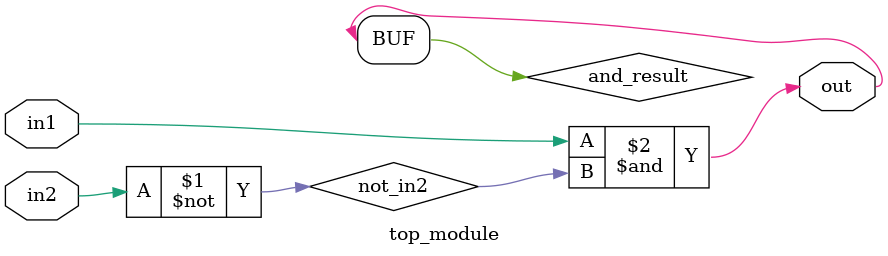
<source format=sv>
module top_module (
	input in1,
	input in2,
	output logic out
);
// Define internal signals
logic not_in2;
logic and_result;

/* Implement the logical NOT of in2 */
assign not_in2 = ~in2;

/* Implement the logical AND of in1 and not_in2 */
assign and_result = in1 & not_in2;

/* Assign the output signal */
assign out = and_result;

endmodule

</source>
